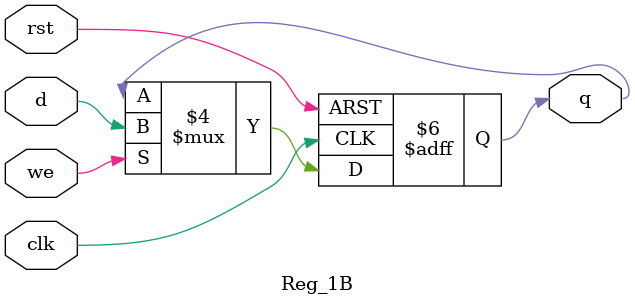
<source format=v>
`timescale 1ns / 1ps
module Reg_1B(
    input clk,
    input rst,
	 input we,
    input d,
    output reg q
    );
	 
	 //reg qq;
	 always @ (posedge clk or posedge rst) begin
		if (rst) begin
			q <= 0;
		end
		else if (we == 1) begin
			q<=d;
		end
		else
			q <= q;
	 end
	 //assign q = qq;
		
endmodule
</source>
